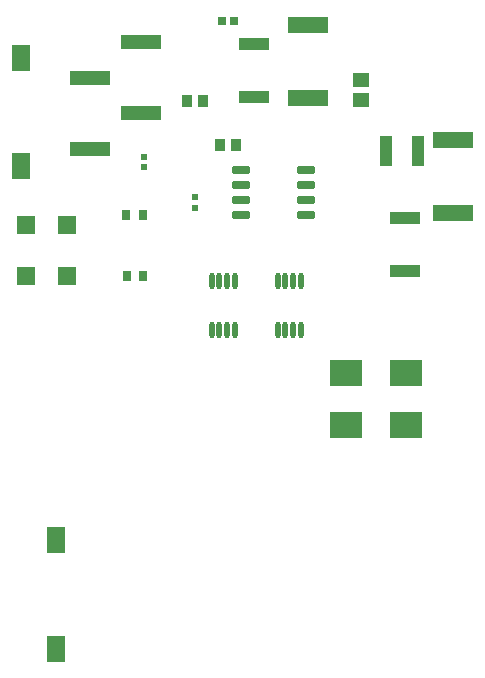
<source format=gtp>
G04*
G04 #@! TF.GenerationSoftware,Altium Limited,Altium Designer,19.0.15 (446)*
G04*
G04 Layer_Color=8421504*
%FSLAX25Y25*%
%MOIN*%
G70*
G01*
G75*
%ADD16R,0.13583X0.05709*%
%ADD17R,0.13189X0.04921*%
%ADD18R,0.10236X0.04134*%
%ADD19R,0.03937X0.10236*%
G04:AMPARAMS|DCode=20|XSize=23.62mil|YSize=57.09mil|CornerRadius=2.01mil|HoleSize=0mil|Usage=FLASHONLY|Rotation=90.000|XOffset=0mil|YOffset=0mil|HoleType=Round|Shape=RoundedRectangle|*
%AMROUNDEDRECTD20*
21,1,0.02362,0.05307,0,0,90.0*
21,1,0.01961,0.05709,0,0,90.0*
1,1,0.00402,0.02653,0.00980*
1,1,0.00402,0.02653,-0.00980*
1,1,0.00402,-0.02653,-0.00980*
1,1,0.00402,-0.02653,0.00980*
%
%ADD20ROUNDEDRECTD20*%
%ADD21R,0.03543X0.04134*%
%ADD22R,0.02165X0.02165*%
%ADD23R,0.02559X0.02559*%
%ADD24R,0.05709X0.04724*%
%ADD25R,0.10799X0.08500*%
%ADD26O,0.01772X0.05512*%
%ADD27R,0.06299X0.08583*%
%ADD28R,0.06299X0.08661*%
%ADD29R,0.05906X0.05906*%
%ADD30R,0.02756X0.03543*%
D16*
X338500Y398795D02*
D03*
Y423205D02*
D03*
X387000Y360327D02*
D03*
Y384736D02*
D03*
D17*
X283000Y417311D02*
D03*
Y393689D02*
D03*
X266000Y405500D02*
D03*
Y381878D02*
D03*
D18*
X320595Y416858D02*
D03*
Y399142D02*
D03*
X370941Y358785D02*
D03*
Y341068D02*
D03*
D19*
X364685Y381000D02*
D03*
X375315D02*
D03*
D20*
X337929Y359709D02*
D03*
Y364709D02*
D03*
Y369709D02*
D03*
Y374709D02*
D03*
X316472Y359709D02*
D03*
Y364709D02*
D03*
Y369709D02*
D03*
Y374709D02*
D03*
D21*
X298236Y397709D02*
D03*
X303551D02*
D03*
X309343Y383000D02*
D03*
X314657D02*
D03*
D22*
X284075Y375665D02*
D03*
Y379209D02*
D03*
X300894Y362228D02*
D03*
Y365772D02*
D03*
D23*
X313862Y424500D02*
D03*
X309925D02*
D03*
D24*
X356394Y404846D02*
D03*
Y398153D02*
D03*
D25*
X351394Y289799D02*
D03*
Y307201D02*
D03*
X371394Y289799D02*
D03*
Y307201D02*
D03*
D26*
X336232Y337571D02*
D03*
X333673D02*
D03*
X331114D02*
D03*
X328555D02*
D03*
X336232Y321429D02*
D03*
X333673D02*
D03*
X331114D02*
D03*
X328555D02*
D03*
X314232Y337571D02*
D03*
X311673D02*
D03*
X309114D02*
D03*
X306555D02*
D03*
X314232Y321429D02*
D03*
X311673D02*
D03*
X309114D02*
D03*
X306555D02*
D03*
D27*
X243000Y412090D02*
D03*
X254500Y251299D02*
D03*
D28*
X243000Y375909D02*
D03*
X254500Y215118D02*
D03*
D29*
X258283Y339500D02*
D03*
X244504D02*
D03*
X258283Y356500D02*
D03*
X244504D02*
D03*
D30*
X283756Y339500D02*
D03*
X278244D02*
D03*
X283650Y359709D02*
D03*
X278138D02*
D03*
M02*

</source>
